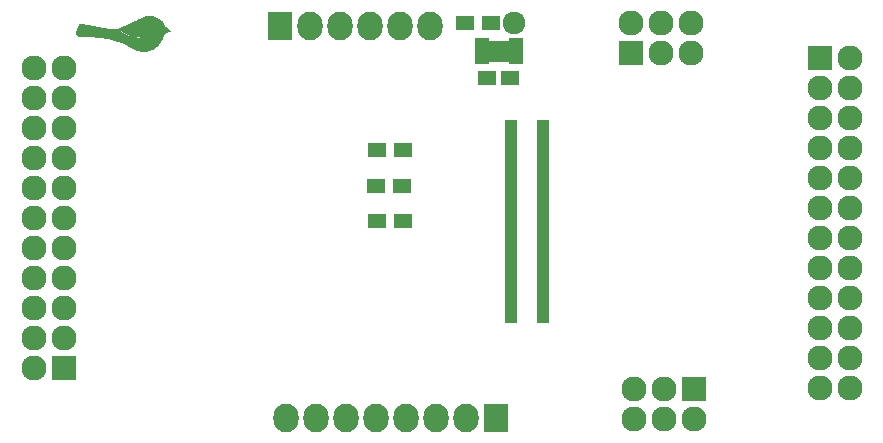
<source format=gbs>
G04 #@! TF.FileFunction,Soldermask,Bot*
%FSLAX46Y46*%
G04 Gerber Fmt 4.6, Leading zero omitted, Abs format (unit mm)*
G04 Created by KiCad (PCBNEW (2015-11-03 BZR 6296)-product) date Monday, December 21, 2015 'AMt' 11:09:52 AM*
%MOMM*%
G01*
G04 APERTURE LIST*
%ADD10C,0.100000*%
%ADD11C,0.010000*%
%ADD12R,1.060000X0.630000*%
%ADD13R,1.060000X0.750000*%
%ADD14R,1.600000X1.150000*%
%ADD15R,1.150000X0.700000*%
%ADD16R,1.275000X1.125000*%
%ADD17R,1.600000X1.300000*%
%ADD18C,1.924000*%
%ADD19R,2.127200X2.432000*%
%ADD20O,2.127200X2.432000*%
%ADD21R,2.127200X2.127200*%
%ADD22O,2.127200X2.127200*%
G04 APERTURE END LIST*
D10*
D11*
G36*
X127568969Y-90623103D02*
X127531134Y-90624878D01*
X127495237Y-90627950D01*
X127459588Y-90632451D01*
X127422501Y-90638512D01*
X127397463Y-90643226D01*
X127360495Y-90650873D01*
X127325230Y-90659056D01*
X127290622Y-90668108D01*
X127255624Y-90678364D01*
X127219191Y-90690156D01*
X127180278Y-90703818D01*
X127137839Y-90719684D01*
X127090827Y-90738088D01*
X127055263Y-90752406D01*
X127008042Y-90771805D01*
X126960102Y-90791943D01*
X126911041Y-90813011D01*
X126860453Y-90835199D01*
X126807934Y-90858695D01*
X126753079Y-90883689D01*
X126695486Y-90910372D01*
X126634749Y-90938932D01*
X126570464Y-90969559D01*
X126502227Y-91002442D01*
X126429635Y-91037772D01*
X126352281Y-91075737D01*
X126269764Y-91116528D01*
X126181677Y-91160333D01*
X126123915Y-91189177D01*
X126042201Y-91229964D01*
X125966268Y-91267698D01*
X125895642Y-91302596D01*
X125829851Y-91334875D01*
X125768423Y-91364752D01*
X125710885Y-91392444D01*
X125656765Y-91418167D01*
X125605591Y-91442138D01*
X125556889Y-91464575D01*
X125510189Y-91485695D01*
X125465018Y-91505714D01*
X125420903Y-91524848D01*
X125377371Y-91543316D01*
X125333951Y-91561334D01*
X125290171Y-91579119D01*
X125245557Y-91596888D01*
X125199637Y-91614857D01*
X125182458Y-91621509D01*
X125158476Y-91630793D01*
X125136212Y-91639455D01*
X125116652Y-91647109D01*
X125100781Y-91653366D01*
X125089586Y-91657840D01*
X125084216Y-91660070D01*
X125074168Y-91664573D01*
X125089302Y-91683849D01*
X125101111Y-91697902D01*
X125117080Y-91715482D01*
X125136079Y-91735449D01*
X125156977Y-91756663D01*
X125178643Y-91777986D01*
X125199945Y-91798277D01*
X125219754Y-91816397D01*
X125228319Y-91823920D01*
X125303898Y-91885039D01*
X125385648Y-91943238D01*
X125473253Y-91998375D01*
X125566399Y-92050306D01*
X125664769Y-92098886D01*
X125768048Y-92143973D01*
X125875921Y-92185422D01*
X125988072Y-92223091D01*
X126104186Y-92256835D01*
X126223946Y-92286510D01*
X126263722Y-92295281D01*
X126322747Y-92307567D01*
X126376586Y-92318013D01*
X126426795Y-92326877D01*
X126474926Y-92334413D01*
X126522531Y-92340877D01*
X126571165Y-92346526D01*
X126581222Y-92347588D01*
X126601268Y-92349185D01*
X126626488Y-92350438D01*
X126655561Y-92351348D01*
X126687167Y-92351913D01*
X126719986Y-92352134D01*
X126752697Y-92352011D01*
X126783980Y-92351543D01*
X126812515Y-92350730D01*
X126836981Y-92349572D01*
X126856059Y-92348069D01*
X126859917Y-92347629D01*
X126930413Y-92336359D01*
X126995332Y-92320777D01*
X127054686Y-92300875D01*
X127108489Y-92276642D01*
X127156754Y-92248071D01*
X127199494Y-92215152D01*
X127236725Y-92177875D01*
X127268458Y-92136233D01*
X127294708Y-92090216D01*
X127314186Y-92043556D01*
X127323436Y-92015336D01*
X127330050Y-91989790D01*
X127334389Y-91964670D01*
X127336811Y-91937726D01*
X127337677Y-91906710D01*
X127337689Y-91896690D01*
X127337494Y-91839783D01*
X127360459Y-91837430D01*
X127383423Y-91835078D01*
X127433181Y-91869010D01*
X127432739Y-91918359D01*
X127428754Y-91976590D01*
X127417973Y-92033341D01*
X127400573Y-92088195D01*
X127376733Y-92140732D01*
X127346631Y-92190536D01*
X127310446Y-92237188D01*
X127285226Y-92264155D01*
X127244590Y-92301000D01*
X127200860Y-92333371D01*
X127153528Y-92361491D01*
X127102089Y-92385584D01*
X127046034Y-92405873D01*
X126984857Y-92422584D01*
X126918052Y-92435938D01*
X126884611Y-92441113D01*
X126863545Y-92443389D01*
X126836697Y-92445185D01*
X126805325Y-92446500D01*
X126770685Y-92447334D01*
X126734034Y-92447688D01*
X126696631Y-92447562D01*
X126659731Y-92446956D01*
X126624593Y-92445870D01*
X126592474Y-92444303D01*
X126564630Y-92442257D01*
X126553000Y-92441088D01*
X126438753Y-92425915D01*
X126323621Y-92406055D01*
X126208476Y-92381770D01*
X126094191Y-92353321D01*
X125981641Y-92320969D01*
X125871697Y-92284975D01*
X125765234Y-92245600D01*
X125663124Y-92203106D01*
X125566240Y-92157754D01*
X125511392Y-92129498D01*
X125428282Y-92082751D01*
X125349342Y-92033631D01*
X125275019Y-91982487D01*
X125205759Y-91929668D01*
X125142007Y-91875522D01*
X125084209Y-91820397D01*
X125032812Y-91764643D01*
X125011120Y-91738480D01*
X124996411Y-91720572D01*
X124985353Y-91708259D01*
X124977679Y-91701267D01*
X124973122Y-91699322D01*
X124972894Y-91699373D01*
X124958318Y-91703012D01*
X124937871Y-91707139D01*
X124912704Y-91711588D01*
X124883971Y-91716193D01*
X124852826Y-91720787D01*
X124820421Y-91725204D01*
X124787909Y-91729276D01*
X124756444Y-91732837D01*
X124727179Y-91735720D01*
X124713264Y-91736893D01*
X124683004Y-91738630D01*
X124649491Y-91739311D01*
X124612279Y-91738909D01*
X124570925Y-91737398D01*
X124524983Y-91734750D01*
X124474009Y-91730938D01*
X124417559Y-91725937D01*
X124355188Y-91719719D01*
X124286452Y-91712256D01*
X124265236Y-91709853D01*
X124167304Y-91698039D01*
X124062890Y-91684253D01*
X123952274Y-91668544D01*
X123835733Y-91650962D01*
X123713546Y-91631559D01*
X123585989Y-91610386D01*
X123453343Y-91587492D01*
X123315883Y-91562928D01*
X123173890Y-91536746D01*
X123027640Y-91508995D01*
X122877412Y-91479727D01*
X122723483Y-91448991D01*
X122566133Y-91416840D01*
X122405639Y-91383322D01*
X122242279Y-91348489D01*
X122076331Y-91312392D01*
X122048028Y-91306166D01*
X122016495Y-91299268D01*
X121986427Y-91292787D01*
X121958674Y-91286899D01*
X121934087Y-91281780D01*
X121913516Y-91277607D01*
X121897814Y-91274556D01*
X121887830Y-91272804D01*
X121885750Y-91272520D01*
X121858371Y-91272603D01*
X121829403Y-91278198D01*
X121800663Y-91288640D01*
X121773968Y-91303263D01*
X121751137Y-91321400D01*
X121750423Y-91322097D01*
X121739666Y-91334458D01*
X121726441Y-91352584D01*
X121711127Y-91375782D01*
X121694102Y-91403362D01*
X121675747Y-91434633D01*
X121656438Y-91468902D01*
X121636556Y-91505479D01*
X121616479Y-91543671D01*
X121596585Y-91582789D01*
X121577253Y-91622139D01*
X121558863Y-91661031D01*
X121541792Y-91698774D01*
X121533062Y-91718888D01*
X121505582Y-91787828D01*
X121483705Y-91852753D01*
X121467436Y-91913631D01*
X121456780Y-91970428D01*
X121451742Y-92023112D01*
X121452326Y-92071650D01*
X121458538Y-92116008D01*
X121469697Y-92154355D01*
X121479279Y-92174617D01*
X121492842Y-92196530D01*
X121508641Y-92217628D01*
X121524928Y-92235441D01*
X121530911Y-92240860D01*
X121546300Y-92252771D01*
X121562919Y-92263287D01*
X121581311Y-92272518D01*
X121602022Y-92280574D01*
X121625594Y-92287565D01*
X121652573Y-92293602D01*
X121683502Y-92298794D01*
X121718926Y-92303252D01*
X121759388Y-92307086D01*
X121805433Y-92310405D01*
X121857604Y-92313321D01*
X121898097Y-92315182D01*
X121917868Y-92315961D01*
X121943696Y-92316876D01*
X121974584Y-92317897D01*
X122009536Y-92318994D01*
X122047554Y-92320137D01*
X122087643Y-92321294D01*
X122128805Y-92322437D01*
X122170044Y-92323534D01*
X122190903Y-92324070D01*
X122296868Y-92326865D01*
X122396377Y-92329728D01*
X122490029Y-92332688D01*
X122578424Y-92335774D01*
X122662160Y-92339016D01*
X122741838Y-92342444D01*
X122818056Y-92346086D01*
X122891413Y-92349972D01*
X122962509Y-92354132D01*
X123031944Y-92358595D01*
X123100317Y-92363390D01*
X123168226Y-92368548D01*
X123236271Y-92374096D01*
X123272167Y-92377168D01*
X123424575Y-92391484D01*
X123571084Y-92407501D01*
X123712686Y-92425426D01*
X123850371Y-92445462D01*
X123985131Y-92467813D01*
X124117958Y-92492686D01*
X124249844Y-92520283D01*
X124381779Y-92550811D01*
X124514756Y-92584473D01*
X124649766Y-92621474D01*
X124787801Y-92662018D01*
X124929851Y-92706311D01*
X125037819Y-92741516D01*
X125094471Y-92760415D01*
X125146899Y-92778181D01*
X125195676Y-92795079D01*
X125241373Y-92811377D01*
X125284563Y-92827340D01*
X125325816Y-92843235D01*
X125365705Y-92859327D01*
X125404801Y-92875884D01*
X125443675Y-92893170D01*
X125482901Y-92911452D01*
X125523048Y-92930997D01*
X125564690Y-92952071D01*
X125608398Y-92974939D01*
X125654743Y-92999869D01*
X125704297Y-93027125D01*
X125757632Y-93056975D01*
X125815320Y-93089684D01*
X125877932Y-93125519D01*
X125942694Y-93162815D01*
X125992887Y-93191743D01*
X126037657Y-93217450D01*
X126077661Y-93240298D01*
X126113555Y-93260648D01*
X126145994Y-93278863D01*
X126175635Y-93295303D01*
X126203134Y-93310330D01*
X126229147Y-93324307D01*
X126254330Y-93337594D01*
X126279338Y-93350554D01*
X126304828Y-93363549D01*
X126327222Y-93374820D01*
X126392539Y-93406741D01*
X126453326Y-93434702D01*
X126510631Y-93459064D01*
X126565499Y-93480188D01*
X126618978Y-93498436D01*
X126672115Y-93514169D01*
X126725957Y-93527748D01*
X126781551Y-93539537D01*
X126829025Y-93548094D01*
X126888301Y-93557475D01*
X126942886Y-93564849D01*
X126994804Y-93570377D01*
X127046074Y-93574223D01*
X127098721Y-93576550D01*
X127154766Y-93577522D01*
X127193292Y-93577509D01*
X127219880Y-93577309D01*
X127244924Y-93577051D01*
X127267330Y-93576751D01*
X127286003Y-93576426D01*
X127299851Y-93576092D01*
X127307777Y-93575767D01*
X127307944Y-93575755D01*
X127398991Y-93566740D01*
X127488800Y-93553096D01*
X127576515Y-93535042D01*
X127661282Y-93512798D01*
X127742244Y-93486583D01*
X127818545Y-93456619D01*
X127876209Y-93429817D01*
X127962043Y-93382919D01*
X128045670Y-93329377D01*
X128127012Y-93269273D01*
X128205994Y-93202690D01*
X128282539Y-93129708D01*
X128356571Y-93050411D01*
X128428015Y-92964879D01*
X128496793Y-92873196D01*
X128562829Y-92775442D01*
X128626048Y-92671701D01*
X128686373Y-92562053D01*
X128690700Y-92553746D01*
X128727707Y-92478734D01*
X128762221Y-92400989D01*
X128794600Y-92319580D01*
X128825202Y-92233574D01*
X128854388Y-92142039D01*
X128870890Y-92085758D01*
X128878457Y-92059169D01*
X129124194Y-91960044D01*
X129163671Y-91944069D01*
X129201187Y-91928791D01*
X129236234Y-91914422D01*
X129268306Y-91901173D01*
X129296898Y-91889257D01*
X129321502Y-91878887D01*
X129341612Y-91870274D01*
X129356722Y-91863630D01*
X129366326Y-91859168D01*
X129369917Y-91857101D01*
X129369931Y-91857055D01*
X129367356Y-91854178D01*
X129359885Y-91846965D01*
X129347902Y-91835762D01*
X129331787Y-91820917D01*
X129311922Y-91802776D01*
X129288690Y-91781686D01*
X129262471Y-91757994D01*
X129233649Y-91732048D01*
X129202605Y-91704193D01*
X129169720Y-91674778D01*
X129144153Y-91651966D01*
X128918375Y-91450741D01*
X128903997Y-91411022D01*
X128875662Y-91340948D01*
X128842414Y-91274045D01*
X128803848Y-91209707D01*
X128759555Y-91147324D01*
X128709130Y-91086287D01*
X128652165Y-91025990D01*
X128635776Y-91009917D01*
X128568462Y-90949739D01*
X128495870Y-90894059D01*
X128418266Y-90843010D01*
X128335914Y-90796722D01*
X128249079Y-90755330D01*
X128158026Y-90718964D01*
X128063021Y-90687758D01*
X127964329Y-90661842D01*
X127918250Y-90651834D01*
X127873853Y-90643197D01*
X127834131Y-90636427D01*
X127797021Y-90631295D01*
X127760460Y-90627572D01*
X127722386Y-90625029D01*
X127680735Y-90623439D01*
X127657194Y-90622916D01*
X127610426Y-90622493D01*
X127568969Y-90623103D01*
X127568969Y-90623103D01*
G37*
X127568969Y-90623103D02*
X127531134Y-90624878D01*
X127495237Y-90627950D01*
X127459588Y-90632451D01*
X127422501Y-90638512D01*
X127397463Y-90643226D01*
X127360495Y-90650873D01*
X127325230Y-90659056D01*
X127290622Y-90668108D01*
X127255624Y-90678364D01*
X127219191Y-90690156D01*
X127180278Y-90703818D01*
X127137839Y-90719684D01*
X127090827Y-90738088D01*
X127055263Y-90752406D01*
X127008042Y-90771805D01*
X126960102Y-90791943D01*
X126911041Y-90813011D01*
X126860453Y-90835199D01*
X126807934Y-90858695D01*
X126753079Y-90883689D01*
X126695486Y-90910372D01*
X126634749Y-90938932D01*
X126570464Y-90969559D01*
X126502227Y-91002442D01*
X126429635Y-91037772D01*
X126352281Y-91075737D01*
X126269764Y-91116528D01*
X126181677Y-91160333D01*
X126123915Y-91189177D01*
X126042201Y-91229964D01*
X125966268Y-91267698D01*
X125895642Y-91302596D01*
X125829851Y-91334875D01*
X125768423Y-91364752D01*
X125710885Y-91392444D01*
X125656765Y-91418167D01*
X125605591Y-91442138D01*
X125556889Y-91464575D01*
X125510189Y-91485695D01*
X125465018Y-91505714D01*
X125420903Y-91524848D01*
X125377371Y-91543316D01*
X125333951Y-91561334D01*
X125290171Y-91579119D01*
X125245557Y-91596888D01*
X125199637Y-91614857D01*
X125182458Y-91621509D01*
X125158476Y-91630793D01*
X125136212Y-91639455D01*
X125116652Y-91647109D01*
X125100781Y-91653366D01*
X125089586Y-91657840D01*
X125084216Y-91660070D01*
X125074168Y-91664573D01*
X125089302Y-91683849D01*
X125101111Y-91697902D01*
X125117080Y-91715482D01*
X125136079Y-91735449D01*
X125156977Y-91756663D01*
X125178643Y-91777986D01*
X125199945Y-91798277D01*
X125219754Y-91816397D01*
X125228319Y-91823920D01*
X125303898Y-91885039D01*
X125385648Y-91943238D01*
X125473253Y-91998375D01*
X125566399Y-92050306D01*
X125664769Y-92098886D01*
X125768048Y-92143973D01*
X125875921Y-92185422D01*
X125988072Y-92223091D01*
X126104186Y-92256835D01*
X126223946Y-92286510D01*
X126263722Y-92295281D01*
X126322747Y-92307567D01*
X126376586Y-92318013D01*
X126426795Y-92326877D01*
X126474926Y-92334413D01*
X126522531Y-92340877D01*
X126571165Y-92346526D01*
X126581222Y-92347588D01*
X126601268Y-92349185D01*
X126626488Y-92350438D01*
X126655561Y-92351348D01*
X126687167Y-92351913D01*
X126719986Y-92352134D01*
X126752697Y-92352011D01*
X126783980Y-92351543D01*
X126812515Y-92350730D01*
X126836981Y-92349572D01*
X126856059Y-92348069D01*
X126859917Y-92347629D01*
X126930413Y-92336359D01*
X126995332Y-92320777D01*
X127054686Y-92300875D01*
X127108489Y-92276642D01*
X127156754Y-92248071D01*
X127199494Y-92215152D01*
X127236725Y-92177875D01*
X127268458Y-92136233D01*
X127294708Y-92090216D01*
X127314186Y-92043556D01*
X127323436Y-92015336D01*
X127330050Y-91989790D01*
X127334389Y-91964670D01*
X127336811Y-91937726D01*
X127337677Y-91906710D01*
X127337689Y-91896690D01*
X127337494Y-91839783D01*
X127360459Y-91837430D01*
X127383423Y-91835078D01*
X127433181Y-91869010D01*
X127432739Y-91918359D01*
X127428754Y-91976590D01*
X127417973Y-92033341D01*
X127400573Y-92088195D01*
X127376733Y-92140732D01*
X127346631Y-92190536D01*
X127310446Y-92237188D01*
X127285226Y-92264155D01*
X127244590Y-92301000D01*
X127200860Y-92333371D01*
X127153528Y-92361491D01*
X127102089Y-92385584D01*
X127046034Y-92405873D01*
X126984857Y-92422584D01*
X126918052Y-92435938D01*
X126884611Y-92441113D01*
X126863545Y-92443389D01*
X126836697Y-92445185D01*
X126805325Y-92446500D01*
X126770685Y-92447334D01*
X126734034Y-92447688D01*
X126696631Y-92447562D01*
X126659731Y-92446956D01*
X126624593Y-92445870D01*
X126592474Y-92444303D01*
X126564630Y-92442257D01*
X126553000Y-92441088D01*
X126438753Y-92425915D01*
X126323621Y-92406055D01*
X126208476Y-92381770D01*
X126094191Y-92353321D01*
X125981641Y-92320969D01*
X125871697Y-92284975D01*
X125765234Y-92245600D01*
X125663124Y-92203106D01*
X125566240Y-92157754D01*
X125511392Y-92129498D01*
X125428282Y-92082751D01*
X125349342Y-92033631D01*
X125275019Y-91982487D01*
X125205759Y-91929668D01*
X125142007Y-91875522D01*
X125084209Y-91820397D01*
X125032812Y-91764643D01*
X125011120Y-91738480D01*
X124996411Y-91720572D01*
X124985353Y-91708259D01*
X124977679Y-91701267D01*
X124973122Y-91699322D01*
X124972894Y-91699373D01*
X124958318Y-91703012D01*
X124937871Y-91707139D01*
X124912704Y-91711588D01*
X124883971Y-91716193D01*
X124852826Y-91720787D01*
X124820421Y-91725204D01*
X124787909Y-91729276D01*
X124756444Y-91732837D01*
X124727179Y-91735720D01*
X124713264Y-91736893D01*
X124683004Y-91738630D01*
X124649491Y-91739311D01*
X124612279Y-91738909D01*
X124570925Y-91737398D01*
X124524983Y-91734750D01*
X124474009Y-91730938D01*
X124417559Y-91725937D01*
X124355188Y-91719719D01*
X124286452Y-91712256D01*
X124265236Y-91709853D01*
X124167304Y-91698039D01*
X124062890Y-91684253D01*
X123952274Y-91668544D01*
X123835733Y-91650962D01*
X123713546Y-91631559D01*
X123585989Y-91610386D01*
X123453343Y-91587492D01*
X123315883Y-91562928D01*
X123173890Y-91536746D01*
X123027640Y-91508995D01*
X122877412Y-91479727D01*
X122723483Y-91448991D01*
X122566133Y-91416840D01*
X122405639Y-91383322D01*
X122242279Y-91348489D01*
X122076331Y-91312392D01*
X122048028Y-91306166D01*
X122016495Y-91299268D01*
X121986427Y-91292787D01*
X121958674Y-91286899D01*
X121934087Y-91281780D01*
X121913516Y-91277607D01*
X121897814Y-91274556D01*
X121887830Y-91272804D01*
X121885750Y-91272520D01*
X121858371Y-91272603D01*
X121829403Y-91278198D01*
X121800663Y-91288640D01*
X121773968Y-91303263D01*
X121751137Y-91321400D01*
X121750423Y-91322097D01*
X121739666Y-91334458D01*
X121726441Y-91352584D01*
X121711127Y-91375782D01*
X121694102Y-91403362D01*
X121675747Y-91434633D01*
X121656438Y-91468902D01*
X121636556Y-91505479D01*
X121616479Y-91543671D01*
X121596585Y-91582789D01*
X121577253Y-91622139D01*
X121558863Y-91661031D01*
X121541792Y-91698774D01*
X121533062Y-91718888D01*
X121505582Y-91787828D01*
X121483705Y-91852753D01*
X121467436Y-91913631D01*
X121456780Y-91970428D01*
X121451742Y-92023112D01*
X121452326Y-92071650D01*
X121458538Y-92116008D01*
X121469697Y-92154355D01*
X121479279Y-92174617D01*
X121492842Y-92196530D01*
X121508641Y-92217628D01*
X121524928Y-92235441D01*
X121530911Y-92240860D01*
X121546300Y-92252771D01*
X121562919Y-92263287D01*
X121581311Y-92272518D01*
X121602022Y-92280574D01*
X121625594Y-92287565D01*
X121652573Y-92293602D01*
X121683502Y-92298794D01*
X121718926Y-92303252D01*
X121759388Y-92307086D01*
X121805433Y-92310405D01*
X121857604Y-92313321D01*
X121898097Y-92315182D01*
X121917868Y-92315961D01*
X121943696Y-92316876D01*
X121974584Y-92317897D01*
X122009536Y-92318994D01*
X122047554Y-92320137D01*
X122087643Y-92321294D01*
X122128805Y-92322437D01*
X122170044Y-92323534D01*
X122190903Y-92324070D01*
X122296868Y-92326865D01*
X122396377Y-92329728D01*
X122490029Y-92332688D01*
X122578424Y-92335774D01*
X122662160Y-92339016D01*
X122741838Y-92342444D01*
X122818056Y-92346086D01*
X122891413Y-92349972D01*
X122962509Y-92354132D01*
X123031944Y-92358595D01*
X123100317Y-92363390D01*
X123168226Y-92368548D01*
X123236271Y-92374096D01*
X123272167Y-92377168D01*
X123424575Y-92391484D01*
X123571084Y-92407501D01*
X123712686Y-92425426D01*
X123850371Y-92445462D01*
X123985131Y-92467813D01*
X124117958Y-92492686D01*
X124249844Y-92520283D01*
X124381779Y-92550811D01*
X124514756Y-92584473D01*
X124649766Y-92621474D01*
X124787801Y-92662018D01*
X124929851Y-92706311D01*
X125037819Y-92741516D01*
X125094471Y-92760415D01*
X125146899Y-92778181D01*
X125195676Y-92795079D01*
X125241373Y-92811377D01*
X125284563Y-92827340D01*
X125325816Y-92843235D01*
X125365705Y-92859327D01*
X125404801Y-92875884D01*
X125443675Y-92893170D01*
X125482901Y-92911452D01*
X125523048Y-92930997D01*
X125564690Y-92952071D01*
X125608398Y-92974939D01*
X125654743Y-92999869D01*
X125704297Y-93027125D01*
X125757632Y-93056975D01*
X125815320Y-93089684D01*
X125877932Y-93125519D01*
X125942694Y-93162815D01*
X125992887Y-93191743D01*
X126037657Y-93217450D01*
X126077661Y-93240298D01*
X126113555Y-93260648D01*
X126145994Y-93278863D01*
X126175635Y-93295303D01*
X126203134Y-93310330D01*
X126229147Y-93324307D01*
X126254330Y-93337594D01*
X126279338Y-93350554D01*
X126304828Y-93363549D01*
X126327222Y-93374820D01*
X126392539Y-93406741D01*
X126453326Y-93434702D01*
X126510631Y-93459064D01*
X126565499Y-93480188D01*
X126618978Y-93498436D01*
X126672115Y-93514169D01*
X126725957Y-93527748D01*
X126781551Y-93539537D01*
X126829025Y-93548094D01*
X126888301Y-93557475D01*
X126942886Y-93564849D01*
X126994804Y-93570377D01*
X127046074Y-93574223D01*
X127098721Y-93576550D01*
X127154766Y-93577522D01*
X127193292Y-93577509D01*
X127219880Y-93577309D01*
X127244924Y-93577051D01*
X127267330Y-93576751D01*
X127286003Y-93576426D01*
X127299851Y-93576092D01*
X127307777Y-93575767D01*
X127307944Y-93575755D01*
X127398991Y-93566740D01*
X127488800Y-93553096D01*
X127576515Y-93535042D01*
X127661282Y-93512798D01*
X127742244Y-93486583D01*
X127818545Y-93456619D01*
X127876209Y-93429817D01*
X127962043Y-93382919D01*
X128045670Y-93329377D01*
X128127012Y-93269273D01*
X128205994Y-93202690D01*
X128282539Y-93129708D01*
X128356571Y-93050411D01*
X128428015Y-92964879D01*
X128496793Y-92873196D01*
X128562829Y-92775442D01*
X128626048Y-92671701D01*
X128686373Y-92562053D01*
X128690700Y-92553746D01*
X128727707Y-92478734D01*
X128762221Y-92400989D01*
X128794600Y-92319580D01*
X128825202Y-92233574D01*
X128854388Y-92142039D01*
X128870890Y-92085758D01*
X128878457Y-92059169D01*
X129124194Y-91960044D01*
X129163671Y-91944069D01*
X129201187Y-91928791D01*
X129236234Y-91914422D01*
X129268306Y-91901173D01*
X129296898Y-91889257D01*
X129321502Y-91878887D01*
X129341612Y-91870274D01*
X129356722Y-91863630D01*
X129366326Y-91859168D01*
X129369917Y-91857101D01*
X129369931Y-91857055D01*
X129367356Y-91854178D01*
X129359885Y-91846965D01*
X129347902Y-91835762D01*
X129331787Y-91820917D01*
X129311922Y-91802776D01*
X129288690Y-91781686D01*
X129262471Y-91757994D01*
X129233649Y-91732048D01*
X129202605Y-91704193D01*
X129169720Y-91674778D01*
X129144153Y-91651966D01*
X128918375Y-91450741D01*
X128903997Y-91411022D01*
X128875662Y-91340948D01*
X128842414Y-91274045D01*
X128803848Y-91209707D01*
X128759555Y-91147324D01*
X128709130Y-91086287D01*
X128652165Y-91025990D01*
X128635776Y-91009917D01*
X128568462Y-90949739D01*
X128495870Y-90894059D01*
X128418266Y-90843010D01*
X128335914Y-90796722D01*
X128249079Y-90755330D01*
X128158026Y-90718964D01*
X128063021Y-90687758D01*
X127964329Y-90661842D01*
X127918250Y-90651834D01*
X127873853Y-90643197D01*
X127834131Y-90636427D01*
X127797021Y-90631295D01*
X127760460Y-90627572D01*
X127722386Y-90625029D01*
X127680735Y-90623439D01*
X127657194Y-90622916D01*
X127610426Y-90622493D01*
X127568969Y-90623103D01*
D12*
X161005000Y-115800000D03*
X158295000Y-115800000D03*
X161005000Y-100200000D03*
X158295000Y-100200000D03*
X161005000Y-115400000D03*
X161005000Y-115000000D03*
X161005000Y-114600000D03*
X161005000Y-114200000D03*
X161005000Y-113800000D03*
X161005000Y-113400000D03*
X161005000Y-113000000D03*
X161005000Y-112600000D03*
X161005000Y-112200000D03*
X161005000Y-111800000D03*
X161005000Y-111400000D03*
X161005000Y-111000000D03*
X161005000Y-110600000D03*
X161005000Y-110200000D03*
X161005000Y-109800000D03*
X161005000Y-109400000D03*
X161005000Y-109000000D03*
X161005000Y-108600000D03*
X161005000Y-108200000D03*
X161005000Y-107800000D03*
X161005000Y-107400000D03*
X161005000Y-107000000D03*
X161005000Y-106600000D03*
X161005000Y-106200000D03*
X161005000Y-105800000D03*
X161005000Y-105400000D03*
X161005000Y-105000000D03*
X161005000Y-104600000D03*
X161005000Y-104200000D03*
X161005000Y-103800000D03*
X161005000Y-103400000D03*
X161005000Y-103000000D03*
X161005000Y-102600000D03*
X161005000Y-102200000D03*
X161005000Y-101800000D03*
X161005000Y-101400000D03*
X161005000Y-101000000D03*
X161005000Y-100600000D03*
D13*
X161005000Y-99725000D03*
X158295000Y-99725000D03*
X161005000Y-116275000D03*
X158295000Y-116275000D03*
D12*
X158295000Y-100600000D03*
X158295000Y-101000000D03*
X158295000Y-101400000D03*
X158295000Y-101800000D03*
X158295000Y-102200000D03*
X158295000Y-102600000D03*
X158295000Y-103000000D03*
X158295000Y-103400000D03*
X158295000Y-103800000D03*
X158295000Y-104200000D03*
X158295000Y-104600000D03*
X158295000Y-105000000D03*
X158295000Y-105400000D03*
X158295000Y-105800000D03*
X158295000Y-106200000D03*
X158295000Y-106600000D03*
X158295000Y-107000000D03*
X158295000Y-107400000D03*
X158295000Y-107800000D03*
X158295000Y-108200000D03*
X158295000Y-108600000D03*
X158295000Y-109000000D03*
X158295000Y-109400000D03*
X158295000Y-109800000D03*
X158295000Y-110200000D03*
X158295000Y-110600000D03*
X158295000Y-111000000D03*
X158295000Y-111400000D03*
X158295000Y-111800000D03*
X158295000Y-112200000D03*
X158295000Y-112600000D03*
X158295000Y-113000000D03*
X158295000Y-113400000D03*
X158295000Y-113800000D03*
X158295000Y-114200000D03*
X158295000Y-114600000D03*
X158295000Y-115000000D03*
X158295000Y-115400000D03*
D14*
X156250000Y-95900000D03*
X158150000Y-95900000D03*
D15*
X158712500Y-92862500D03*
X158712500Y-93362500D03*
X158712500Y-93862500D03*
X158712500Y-94362500D03*
X155812500Y-94362500D03*
X155812500Y-93862500D03*
X155812500Y-93362500D03*
X155812500Y-92862500D03*
D16*
X156825000Y-93975000D03*
X156825000Y-93250000D03*
X157700000Y-93975000D03*
X157700000Y-93250000D03*
D17*
X156550000Y-91200000D03*
X154350000Y-91200000D03*
D18*
X158550000Y-91250000D03*
D19*
X156972000Y-124663200D03*
D20*
X154432000Y-124663200D03*
X151892000Y-124663200D03*
X149352000Y-124663200D03*
X146812000Y-124663200D03*
X144272000Y-124663200D03*
X141732000Y-124663200D03*
X139192000Y-124663200D03*
D19*
X138684000Y-91440000D03*
D20*
X141224000Y-91440000D03*
X143764000Y-91440000D03*
X146304000Y-91440000D03*
X148844000Y-91440000D03*
X151384000Y-91440000D03*
D21*
X120396000Y-120396000D03*
D22*
X117856000Y-120396000D03*
X120396000Y-117856000D03*
X117856000Y-117856000D03*
X120396000Y-115316000D03*
X117856000Y-115316000D03*
X120396000Y-112776000D03*
X117856000Y-112776000D03*
X120396000Y-110236000D03*
X117856000Y-110236000D03*
X120396000Y-107696000D03*
X117856000Y-107696000D03*
X120396000Y-105156000D03*
X117856000Y-105156000D03*
X120396000Y-102616000D03*
X117856000Y-102616000D03*
X120396000Y-100076000D03*
X117856000Y-100076000D03*
X120396000Y-97536000D03*
X117856000Y-97536000D03*
X120396000Y-94996000D03*
X117856000Y-94996000D03*
D21*
X184404000Y-94183200D03*
D22*
X186944000Y-94183200D03*
X184404000Y-96723200D03*
X186944000Y-96723200D03*
X184404000Y-99263200D03*
X186944000Y-99263200D03*
X184404000Y-101803200D03*
X186944000Y-101803200D03*
X184404000Y-104343200D03*
X186944000Y-104343200D03*
X184404000Y-106883200D03*
X186944000Y-106883200D03*
X184404000Y-109423200D03*
X186944000Y-109423200D03*
X184404000Y-111963200D03*
X186944000Y-111963200D03*
X184404000Y-114503200D03*
X186944000Y-114503200D03*
X184404000Y-117043200D03*
X186944000Y-117043200D03*
X184404000Y-119583200D03*
X186944000Y-119583200D03*
X184404000Y-122123200D03*
X186944000Y-122123200D03*
D21*
X168402000Y-93726000D03*
D22*
X168402000Y-91186000D03*
X170942000Y-93726000D03*
X170942000Y-91186000D03*
X173482000Y-93726000D03*
X173482000Y-91186000D03*
D21*
X173736000Y-122224800D03*
D22*
X173736000Y-124764800D03*
X171196000Y-122224800D03*
X171196000Y-124764800D03*
X168656000Y-122224800D03*
X168656000Y-124764800D03*
D17*
X149100000Y-108000000D03*
X146900000Y-108000000D03*
X149080400Y-105000000D03*
X146880400Y-105000000D03*
X149113600Y-102000000D03*
X146913600Y-102000000D03*
M02*

</source>
